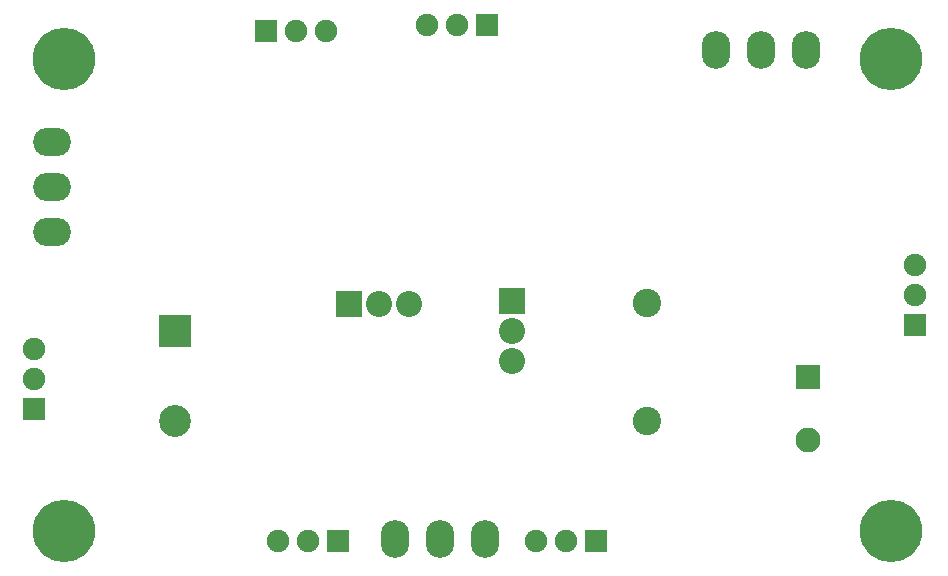
<source format=gbs>
G04*
G04 #@! TF.GenerationSoftware,Altium Limited,Altium Designer,20.1.10 (176)*
G04*
G04 Layer_Color=16711935*
%FSLAX25Y25*%
%MOIN*%
G70*
G04*
G04 #@! TF.SameCoordinates,0441287F-5BD0-46D5-AAFD-36AB4F102E54*
G04*
G04*
G04 #@! TF.FilePolarity,Negative*
G04*
G01*
G75*
%ADD44C,0.07493*%
%ADD45R,0.07493X0.07493*%
%ADD46O,0.12611X0.09461*%
%ADD47O,0.09461X0.12611*%
%ADD48R,0.10642X0.10642*%
%ADD49C,0.10642*%
%ADD50R,0.07493X0.07493*%
%ADD51C,0.20800*%
%ADD52C,0.08674*%
%ADD53R,0.08674X0.08674*%
%ADD54C,0.09461*%
%ADD55C,0.08280*%
%ADD56R,0.08280X0.08280*%
%ADD57R,0.08674X0.08674*%
D44*
X107000Y186500D02*
D03*
X97000D02*
D03*
X187000Y16500D02*
D03*
X177000D02*
D03*
X303150Y98425D02*
D03*
Y108425D02*
D03*
X9500Y70500D02*
D03*
Y80500D02*
D03*
X150500Y188500D02*
D03*
X140500D02*
D03*
X101000Y16500D02*
D03*
X91000D02*
D03*
D45*
X87000Y186500D02*
D03*
X197000Y16500D02*
D03*
X160500Y188500D02*
D03*
X111000Y16500D02*
D03*
D46*
X15500Y134500D02*
D03*
Y119500D02*
D03*
Y149500D02*
D03*
D47*
X145000Y17000D02*
D03*
X130000D02*
D03*
X160000D02*
D03*
X252000Y180000D02*
D03*
X267000D02*
D03*
X237000D02*
D03*
D48*
X56500Y86421D02*
D03*
D49*
Y56500D02*
D03*
D50*
X303150Y88425D02*
D03*
X9500Y60500D02*
D03*
D51*
X19685Y19685D02*
D03*
X295276Y177165D02*
D03*
X19685Y177165D02*
D03*
X295276Y19685D02*
D03*
D52*
X124500Y95500D02*
D03*
X134500D02*
D03*
X169000Y86500D02*
D03*
Y76500D02*
D03*
D53*
X114500Y95500D02*
D03*
D54*
X214000Y95685D02*
D03*
Y56315D02*
D03*
D55*
X267500Y50000D02*
D03*
D56*
Y71000D02*
D03*
D57*
X169000Y96500D02*
D03*
M02*

</source>
